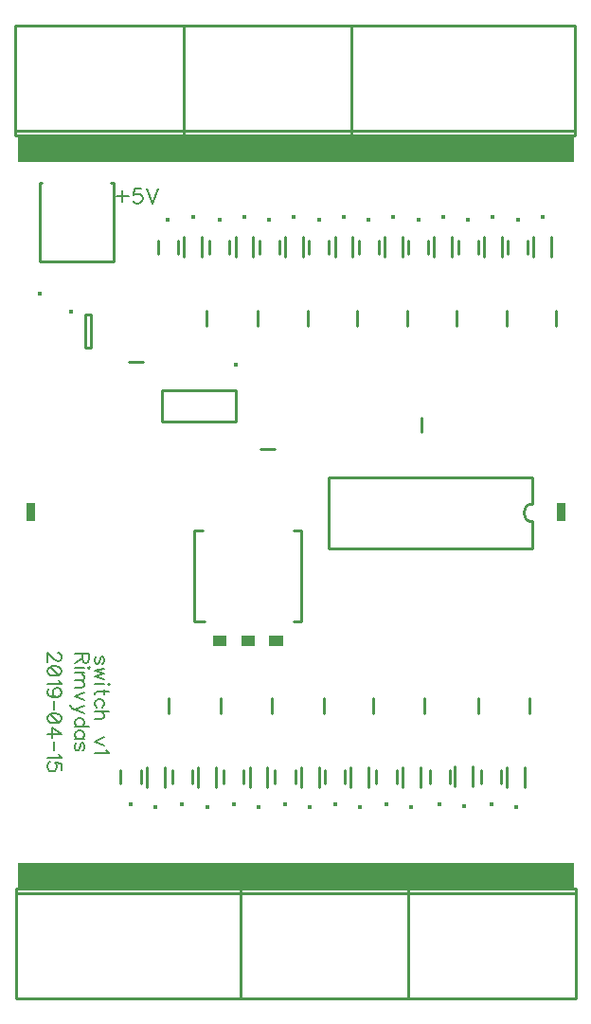
<source format=gto>
%TF.GenerationSoftware,Novarm,DipTrace,3.3.1.2*%
%TF.CreationDate,2019-04-15T21:39:30+01:00*%
%FSLAX35Y35*%
%MOMM*%
%TF.FileFunction,Legend,Top*%
%TF.Part,Single*%
%ADD10C,0.25*%
%ADD18O,0.39994X0.40037*%
%ADD20C,0.40002*%
%ADD22O,0.39172X0.39127*%
%ADD24C,0.39142*%
%ADD32O,0.39124X0.39193*%
%ADD70C,0.19608*%
G75*
G01*
%LPD*%
X4961813Y2207850D2*
D10*
Y2077950D1*
X1379283Y5216027D2*
X1509183D1*
X2684050Y4434720D2*
X2554150D1*
X3994020Y4715837D2*
Y4585937D1*
X4501487Y2207850D2*
Y2077950D1*
X4025287Y2207850D2*
Y2077950D1*
X3565440Y2207850D2*
Y2077950D1*
X3120507Y2207850D2*
Y2077950D1*
X2660180Y2207850D2*
Y2077950D1*
X2199853Y2207850D2*
Y2077950D1*
X1739527Y2207850D2*
Y2077950D1*
X2073347Y5668237D2*
Y5538337D1*
X2533673Y5668237D2*
Y5538337D1*
X2978127Y5668237D2*
Y5538337D1*
X3422580Y5668237D2*
Y5538337D1*
X3867033Y5668237D2*
Y5538337D1*
X4311487Y5668237D2*
Y5538337D1*
X4755940Y5668237D2*
Y5538337D1*
X5200393Y5668237D2*
Y5538337D1*
X4529148Y1445125D2*
Y1565095D1*
X4709138Y1445125D2*
Y1565095D1*
D18*
X4619143Y1260125D3*
X4761360Y1413340D2*
D10*
Y1593372D1*
X4921367Y1413340D2*
Y1593372D1*
D20*
X4841363Y1238358D3*
D22*
X867419Y5665770D3*
X994780Y5642400D2*
D10*
Y5342413D1*
X1044780D1*
Y5642400D1*
X994780D1*
X4068822Y1445125D2*
Y1565095D1*
X4248812Y1445125D2*
Y1565095D1*
D18*
X4158817Y1260125D3*
X4296427Y1417947D2*
D10*
Y1597979D1*
X4456433Y1417947D2*
Y1597979D1*
D20*
X4376430Y1242965D3*
X3592622Y1445125D2*
D10*
Y1565095D1*
X3772612Y1445125D2*
Y1565095D1*
D18*
X3682617Y1260125D3*
X3824833Y1413340D2*
D10*
Y1593372D1*
X3984840Y1413340D2*
Y1593372D1*
D20*
X3904837Y1238358D3*
X3132295Y1445125D2*
D10*
Y1565095D1*
X3312285Y1445125D2*
Y1565095D1*
D18*
X3222290Y1260125D3*
X3364507Y1413340D2*
D10*
Y1593372D1*
X3524513Y1413340D2*
Y1593372D1*
D20*
X3444510Y1238358D3*
X2687842Y1445125D2*
D10*
Y1565095D1*
X2867832Y1445125D2*
Y1565095D1*
D18*
X2777837Y1260125D3*
X2920053Y1413340D2*
D10*
Y1593372D1*
X3080060Y1413340D2*
Y1593372D1*
D20*
X3000057Y1238358D3*
X2227515Y1445125D2*
D10*
Y1565095D1*
X2407505Y1445125D2*
Y1565095D1*
D18*
X2317510Y1260125D3*
X2459727Y1413340D2*
D10*
Y1593372D1*
X2619733Y1413340D2*
Y1593372D1*
D20*
X2539730Y1238358D3*
X1767188Y1445125D2*
D10*
Y1565095D1*
X1947178Y1445125D2*
Y1565095D1*
D18*
X1857183Y1260125D3*
X1999400Y1413340D2*
D10*
Y1593372D1*
X2159407Y1413340D2*
Y1593372D1*
D20*
X2079403Y1238358D3*
X1306862Y1445125D2*
D10*
Y1565095D1*
X1486852Y1445125D2*
Y1565095D1*
D18*
X1396857Y1260125D3*
X1539073Y1413340D2*
D10*
Y1593372D1*
X1699080Y1413340D2*
Y1593372D1*
D20*
X1619077Y1238358D3*
X1820185Y6301061D2*
D10*
Y6181091D1*
X1640195Y6301061D2*
Y6181091D1*
D18*
X1730190Y6486062D3*
X2032427Y6332846D2*
D10*
Y6152815D1*
X1872420Y6332846D2*
Y6152815D1*
D20*
X1952423Y6507829D3*
X2280512Y6301061D2*
D10*
Y6181091D1*
X2100522Y6301061D2*
Y6181091D1*
D18*
X2190517Y6486062D3*
X2492753Y6332846D2*
D10*
Y6152815D1*
X2332747Y6332846D2*
Y6152815D1*
D20*
X2412750Y6507829D3*
X2724965Y6301061D2*
D10*
Y6181091D1*
X2544975Y6301061D2*
Y6181091D1*
D18*
X2634970Y6486062D3*
X2937207Y6332846D2*
D10*
Y6152815D1*
X2777200Y6332846D2*
Y6152815D1*
D20*
X2857203Y6507829D3*
X3169418Y6301061D2*
D10*
Y6181091D1*
X2989428Y6301061D2*
Y6181091D1*
D18*
X3079423Y6486062D3*
X3381660Y6332846D2*
D10*
Y6152815D1*
X3221653Y6332846D2*
Y6152815D1*
D20*
X3301657Y6507829D3*
X3613872Y6301061D2*
D10*
Y6181091D1*
X3433882Y6301061D2*
Y6181091D1*
D18*
X3523877Y6486062D3*
X3826113Y6332846D2*
D10*
Y6152815D1*
X3666107Y6332846D2*
Y6152815D1*
D20*
X3746110Y6507829D3*
X4058325Y6301061D2*
D10*
Y6181091D1*
X3878335Y6301061D2*
Y6181091D1*
D18*
X3968330Y6486062D3*
X4270567Y6332846D2*
D10*
Y6152815D1*
X4110560Y6332846D2*
Y6152815D1*
D20*
X4190563Y6507829D3*
X4502778Y6301061D2*
D10*
Y6181091D1*
X4322788Y6301061D2*
Y6181091D1*
D18*
X4412783Y6486062D3*
X4715020Y6332846D2*
D10*
Y6152815D1*
X4555013Y6332846D2*
Y6152815D1*
D20*
X4635017Y6507829D3*
X4947232Y6301061D2*
D10*
Y6181091D1*
X4767242Y6301061D2*
Y6181091D1*
D18*
X4857237Y6486062D3*
X5159473Y6332846D2*
D10*
Y6152815D1*
X4999467Y6332846D2*
Y6152815D1*
D20*
X5079470Y6507829D3*
X580541Y6116679D2*
D10*
X1240540D1*
X580541Y6816676D2*
Y6116679D1*
Y6816676D2*
X600518D1*
X1240540D2*
Y6116679D1*
Y6816676D2*
X1220563D1*
D24*
X582911Y5824716D3*
X1964520Y2891655D2*
D10*
Y3711706D1*
X2044488D1*
X1964520Y2891655D2*
X2054568D1*
X2924520D2*
Y3711706D1*
X2854536D1*
X2924520Y2891655D2*
X2854536D1*
G36*
X2136264Y2678693D2*
X2256264D1*
Y2768669D1*
X2136264D1*
Y2678693D1*
G37*
G36*
X2386344D2*
X2506344D1*
Y2768669D1*
X2386344D1*
Y2678693D1*
G37*
G36*
X2636328D2*
X2756328D1*
Y2768669D1*
X2636328D1*
Y2678693D1*
G37*
G36*
X388020Y7244561D2*
X5358020D1*
Y7001777D1*
X388020D1*
Y7244561D1*
G37*
G36*
Y494993D2*
X5358020D1*
Y737777D1*
X388020D1*
Y494993D1*
G37*
G36*
X463067Y3950129D2*
X543084D1*
Y3789425D1*
X463067D1*
Y3950129D1*
G37*
G36*
X5282973D2*
X5202956D1*
Y3789425D1*
X5282973D1*
Y3950129D1*
G37*
X4990565Y4185255D2*
D10*
X3170662D1*
X4990565Y3545259D2*
X3170662D1*
Y4185255D2*
Y3545259D1*
X4990565Y4185255D2*
Y3945285D1*
Y3785229D2*
Y3545259D1*
Y3945285D2*
G03X4990565Y3785229I134J-80028D01*
G01*
X367000Y7240000D2*
X1867000D1*
X367000Y7279984D2*
X1867000D1*
X367000Y7240000D2*
Y8220000D1*
X1867000D1*
Y7240000D1*
X3367000D1*
X1867000Y7279984D2*
X3367000D1*
X1867000Y7240000D2*
Y8220000D1*
X3367000D1*
Y7240000D1*
X5375000Y507500D2*
X3875000D1*
X5375000Y467516D2*
X3875000D1*
X5375000Y507500D2*
Y-472500D1*
X3875000D1*
Y507500D1*
X2375000D1*
X3875000Y467516D2*
X2375000D1*
X3875000Y507500D2*
Y-472500D1*
X2375000D1*
Y507500D1*
X3367000Y7240000D2*
X5367000D1*
X3367000Y7279984D2*
X5367000D1*
X3367000Y7240000D2*
Y8220000D1*
X5367000D1*
Y7240000D1*
X2375000Y507500D2*
X375000D1*
X2375000Y467516D2*
X375000D1*
X2375000Y507500D2*
Y-472500D1*
X375000D1*
Y507500D1*
D32*
X2335496Y5187907D3*
X2338136Y4961213D2*
D10*
X1678168D1*
X2338136Y4681214D2*
X1678168D1*
Y4961213D2*
Y4681214D1*
X2338136Y4961213D2*
Y4681214D1*
X1324476Y6751320D2*
D70*
Y6641961D1*
X1269867Y6696570D2*
X1379226D1*
X1491302Y6760375D2*
X1430655D1*
X1424619Y6705766D1*
X1430655Y6711802D1*
X1448905Y6717979D1*
X1467015D1*
X1485265Y6711802D1*
X1497479Y6699729D1*
X1503515Y6681479D1*
Y6669406D1*
X1497479Y6651156D1*
X1485265Y6638942D1*
X1467015Y6632906D1*
X1448905D1*
X1430655Y6638942D1*
X1424619Y6645119D1*
X1418442Y6657192D1*
X1542731Y6760516D2*
X1591304Y6632906D1*
X1639877Y6760516D1*
X1142025Y2515392D2*
X1154238Y2521429D1*
X1160275Y2539679D1*
Y2557929D1*
X1154238Y2576179D1*
X1142025Y2582215D1*
X1129952Y2576179D1*
X1123775Y2563965D1*
X1117738Y2533642D1*
X1111702Y2521429D1*
X1099488Y2515392D1*
X1093452D1*
X1081379Y2521429D1*
X1075202Y2539679D1*
Y2557929D1*
X1081379Y2576179D1*
X1093452Y2582215D1*
X1160275Y2476177D2*
X1075202Y2451890D1*
X1160275Y2427604D1*
X1075202Y2403317D1*
X1160275Y2379030D1*
X1202811Y2339815D2*
X1196775Y2333778D1*
X1202811Y2327601D1*
X1208988Y2333778D1*
X1202811Y2339815D1*
X1160275Y2333778D2*
X1075202D1*
X1202811Y2270136D2*
X1099488D1*
X1081379Y2264099D1*
X1075202Y2251886D1*
Y2239813D1*
X1160275Y2288386D2*
Y2245849D1*
X1142025Y2127597D2*
X1154238Y2139810D1*
X1160275Y2152024D1*
Y2170133D1*
X1154238Y2182347D1*
X1142025Y2194420D1*
X1123775Y2200597D1*
X1111702D1*
X1093452Y2194420D1*
X1081379Y2182347D1*
X1075202Y2170134D1*
Y2152024D1*
X1081379Y2139810D1*
X1093452Y2127597D1*
X1202811Y2088381D2*
X1075202D1*
X1135988D2*
X1154238Y2070131D1*
X1160275Y2057918D1*
Y2039668D1*
X1154238Y2027595D1*
X1135988Y2021558D1*
X1075202D1*
X1160275Y1858896D2*
X1075202Y1822396D1*
X1160275Y1786036D1*
X1178385Y1746821D2*
X1184561Y1734607D1*
X1202671Y1716357D1*
X1075202D1*
X964117Y2610660D2*
X964116Y2556051D1*
X970293Y2537801D1*
X976330Y2531624D1*
X988403Y2525587D1*
X1000616D1*
X1012690Y2531624D1*
X1018866Y2537801D1*
X1024903Y2556050D1*
Y2610660D1*
X897293D1*
X964116Y2568124D2*
X897293Y2525587D1*
X1024903Y2486371D2*
X1018866Y2480335D1*
X1024903Y2474158D1*
X1031080Y2480335D1*
X1024903Y2486371D1*
X982366Y2480335D2*
X897293D1*
X982366Y2434942D2*
X897293D1*
X958080D2*
X976330Y2416692D1*
X982366Y2404479D1*
Y2386369D1*
X976330Y2374156D1*
X958080Y2368119D1*
X897293D1*
X958080D2*
X976330Y2349869D1*
X982366Y2337656D1*
Y2319546D1*
X976330Y2307333D1*
X958080Y2301156D1*
X897293D1*
X982366Y2261940D2*
X897293Y2225440D1*
X982366Y2189081D1*
Y2143688D2*
X897293Y2107328D1*
X873007Y2119402D1*
X860793Y2131615D1*
X854757Y2143688D1*
Y2149865D1*
X982366Y2070828D2*
X897293Y2107328D1*
X1024903Y1958753D2*
X897293D1*
X964117D2*
X976330Y1970826D1*
X982366Y1983040D1*
Y2001290D1*
X976330Y2013363D1*
X964116Y2025576D1*
X945867Y2031613D1*
X933793D1*
X915543Y2025576D1*
X903470Y2013363D1*
X897293Y2001290D1*
Y1983040D1*
X903470Y1970826D1*
X915543Y1958753D1*
X982367Y1846678D2*
X897293D1*
X964117D2*
X976330Y1858751D1*
X982367Y1870964D1*
Y1889074D1*
X976330Y1901287D1*
X964117Y1913361D1*
X945867Y1919537D1*
X933793D1*
X915543Y1913361D1*
X903470Y1901287D1*
X897293Y1889074D1*
Y1870964D1*
X903470Y1858751D1*
X915543Y1846678D1*
X964117Y1740639D2*
X976330Y1746676D1*
X982367Y1764926D1*
Y1783176D1*
X976330Y1801426D1*
X964117Y1807462D1*
X952043Y1801426D1*
X945867Y1789212D1*
X939830Y1758889D1*
X933793Y1746676D1*
X921580Y1740639D1*
X915543D1*
X903470Y1746676D1*
X897293Y1764926D1*
Y1783176D1*
X903470Y1801426D1*
X915543Y1807462D1*
X747945Y2611961D2*
X753981D1*
X766195Y2605925D1*
X772231Y2599888D1*
X778268Y2587675D1*
Y2563388D1*
X772231Y2551315D1*
X766194Y2545279D1*
X753981Y2539102D1*
X741908D1*
X729694Y2545279D1*
X711585Y2557352D1*
X650798Y2618138D1*
Y2533066D1*
X778267Y2457350D2*
X772231Y2475600D1*
X753981Y2487813D1*
X723658Y2493850D1*
X705408D1*
X675085Y2487813D1*
X656835Y2475600D1*
X650798Y2457350D1*
Y2445277D1*
X656835Y2427027D1*
X675085Y2414954D1*
X705408Y2408777D1*
X723658D1*
X753981Y2414954D1*
X772231Y2427027D1*
X778267Y2445277D1*
Y2457350D1*
X753981Y2414954D2*
X675085Y2487813D1*
X753981Y2369561D2*
X760158Y2357348D1*
X778267Y2339098D1*
X650798D1*
X735871Y2220845D2*
X717621Y2227022D1*
X705408Y2239095D1*
X699371Y2257345D1*
Y2263382D1*
X705408Y2281632D1*
X717621Y2293705D1*
X735871Y2299882D1*
X741908D1*
X760158Y2293705D1*
X772231Y2281632D1*
X778268Y2263382D1*
Y2257345D1*
X772231Y2239095D1*
X760158Y2227022D1*
X735871Y2220845D1*
X705408D1*
X675085Y2227022D1*
X656835Y2239095D1*
X650798Y2257345D1*
Y2269419D1*
X656835Y2287669D1*
X669048Y2293705D1*
X714533Y2181630D2*
Y2111437D1*
X778268Y2035722D2*
X772231Y2053972D1*
X753981Y2066185D1*
X723658Y2072222D1*
X705408D1*
X675085Y2066185D1*
X656835Y2053972D1*
X650798Y2035722D1*
Y2023649D1*
X656835Y2005399D1*
X675085Y1993326D1*
X705408Y1987149D1*
X723658D1*
X753981Y1993326D1*
X772231Y2005399D1*
X778268Y2023649D1*
Y2035722D1*
X753981Y1993326D2*
X675085Y2066185D1*
X650798Y1887146D2*
X778268D1*
X693335Y1947933D1*
Y1856823D1*
X714533Y1817608D2*
Y1747415D1*
X753981Y1708200D2*
X760158Y1695986D1*
X778268Y1677736D1*
X650798D1*
X778268Y1565661D2*
Y1626307D1*
X723658Y1632344D1*
X729695Y1626307D1*
X735871Y1608057D1*
Y1589947D1*
X729695Y1571697D1*
X717621Y1559484D1*
X699371Y1553447D1*
X687298D1*
X669048Y1559484D1*
X656835Y1571697D1*
X650798Y1589947D1*
Y1608057D1*
X656835Y1626307D1*
X663012Y1632344D1*
X675085Y1638521D1*
M02*

</source>
